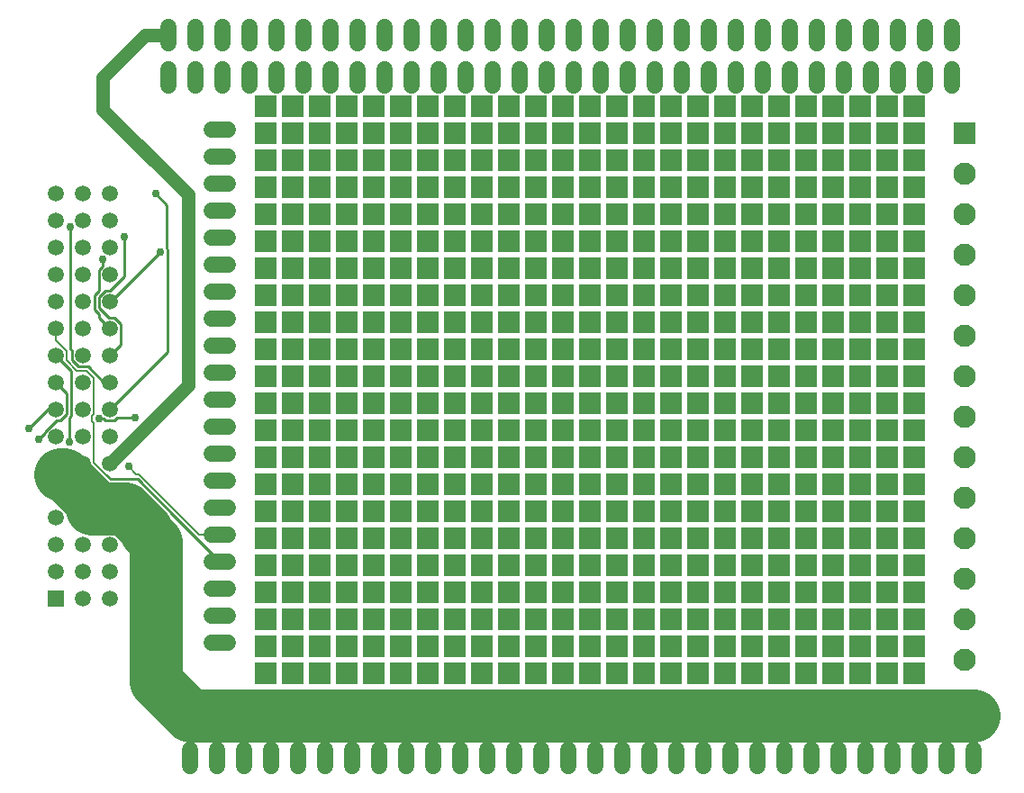
<source format=gbr>
G04 EAGLE Gerber RS-274X export*
G75*
%MOMM*%
%FSLAX34Y34*%
%LPD*%
%INBottom Copper*%
%IPPOS*%
%AMOC8*
5,1,8,0,0,1.08239X$1,22.5*%
G01*
%ADD10R,2.000000X2.000000*%
%ADD11R,1.508000X1.508000*%
%ADD12C,1.508000*%
%ADD13C,1.524000*%
%ADD14R,2.100000X2.100000*%
%ADD15C,2.100000*%
%ADD16C,5.000000*%
%ADD17C,1.270000*%
%ADD18C,0.254000*%
%ADD19C,0.756400*%
%ADD20C,0.200000*%


D10*
X252700Y139800D03*
X278100Y139800D03*
X303500Y139800D03*
X328900Y139800D03*
X354300Y139800D03*
X379700Y139800D03*
X405100Y139800D03*
X430500Y139800D03*
X455900Y139800D03*
X481300Y139800D03*
X506700Y139800D03*
X532100Y139800D03*
X557500Y139800D03*
X582900Y139800D03*
X608300Y139800D03*
X633700Y139800D03*
X659100Y139800D03*
X684500Y139800D03*
X709900Y139800D03*
X735300Y139800D03*
X760700Y139800D03*
X786100Y139800D03*
X786100Y139800D03*
X811500Y139800D03*
X836900Y139800D03*
X862300Y139800D03*
X252700Y165200D03*
X252700Y165200D03*
X278100Y165200D03*
X303500Y165200D03*
X328900Y165200D03*
X354300Y165200D03*
X379700Y165200D03*
X405100Y165200D03*
X430500Y165200D03*
X455900Y165200D03*
X481300Y165200D03*
X506700Y165200D03*
X532100Y165200D03*
X557500Y165200D03*
X582900Y165200D03*
X608300Y165200D03*
X633700Y165200D03*
X659100Y165200D03*
X684500Y165200D03*
X709900Y165200D03*
X735300Y165200D03*
X760700Y165200D03*
X786100Y165200D03*
X786100Y165200D03*
X811500Y165200D03*
X836900Y165200D03*
X862300Y165200D03*
X252700Y190600D03*
X252700Y190600D03*
X278100Y190600D03*
X303500Y190600D03*
X328900Y190600D03*
X354300Y190600D03*
X379700Y190600D03*
X405100Y190600D03*
X430500Y190600D03*
X455900Y190600D03*
X481300Y190600D03*
X506700Y190600D03*
X532100Y190600D03*
X557500Y190600D03*
X582900Y190600D03*
X608300Y190600D03*
X633700Y190600D03*
X659100Y190600D03*
X684500Y190600D03*
X709900Y190600D03*
X735300Y190600D03*
X760700Y190600D03*
X786100Y190600D03*
X786100Y190600D03*
X811500Y190600D03*
X836900Y190600D03*
X862300Y190600D03*
X252700Y216000D03*
X252700Y216000D03*
X278100Y216000D03*
X303500Y216000D03*
X328900Y216000D03*
X354300Y216000D03*
X379700Y216000D03*
X405100Y216000D03*
X430500Y216000D03*
X455900Y216000D03*
X481300Y216000D03*
X506700Y216000D03*
X532100Y216000D03*
X557500Y216000D03*
X582900Y216000D03*
X608300Y216000D03*
X633700Y216000D03*
X659100Y216000D03*
X684500Y216000D03*
X709900Y216000D03*
X735300Y216000D03*
X760700Y216000D03*
X786100Y216000D03*
X786100Y216000D03*
X811500Y216000D03*
X836900Y216000D03*
X862300Y216000D03*
X252700Y241400D03*
X252700Y241400D03*
X278100Y241400D03*
X303500Y241400D03*
X328900Y241400D03*
X354300Y241400D03*
X379700Y241400D03*
X405100Y241400D03*
X430500Y241400D03*
X455900Y241400D03*
X481300Y241400D03*
X506700Y241400D03*
X532100Y241400D03*
X557500Y241400D03*
X582900Y241400D03*
X608300Y241400D03*
X633700Y241400D03*
X659100Y241400D03*
X684500Y241400D03*
X709900Y241400D03*
X735300Y241400D03*
X760700Y241400D03*
X786100Y241400D03*
X786100Y241400D03*
X811500Y241400D03*
X836900Y241400D03*
X862300Y241400D03*
X252700Y266800D03*
X252700Y266800D03*
X278100Y266800D03*
X303500Y266800D03*
X328900Y266800D03*
X354300Y266800D03*
X379700Y266800D03*
X405100Y266800D03*
X430500Y266800D03*
X455900Y266800D03*
X481300Y266800D03*
X506700Y266800D03*
X532100Y266800D03*
X557500Y266800D03*
X582900Y266800D03*
X608300Y266800D03*
X633700Y266800D03*
X659100Y266800D03*
X684500Y266800D03*
X709900Y266800D03*
X735300Y266800D03*
X760700Y266800D03*
X786100Y266800D03*
X786100Y266800D03*
X811500Y266800D03*
X836900Y266800D03*
X862300Y266800D03*
X252700Y292200D03*
X252700Y292200D03*
X278100Y292200D03*
X303500Y292200D03*
X328900Y292200D03*
X354300Y292200D03*
X379700Y292200D03*
X405100Y292200D03*
X430500Y292200D03*
X455900Y292200D03*
X481300Y292200D03*
X506700Y292200D03*
X532100Y292200D03*
X557500Y292200D03*
X582900Y292200D03*
X608300Y292200D03*
X633700Y292200D03*
X659100Y292200D03*
X684500Y292200D03*
X709900Y292200D03*
X735300Y292200D03*
X760700Y292200D03*
X786100Y292200D03*
X786100Y292200D03*
X811500Y292200D03*
X836900Y292200D03*
X862300Y292200D03*
X252700Y317600D03*
X252700Y317600D03*
X278100Y317600D03*
X303500Y317600D03*
X328900Y317600D03*
X354300Y317600D03*
X379700Y317600D03*
X405100Y317600D03*
X430500Y317600D03*
X455900Y317600D03*
X481300Y317600D03*
X506700Y317600D03*
X532100Y317600D03*
X557500Y317600D03*
X582900Y317600D03*
X608300Y317600D03*
X633700Y317600D03*
X659100Y317600D03*
X684500Y317600D03*
X709900Y317600D03*
X735300Y317600D03*
X760700Y317600D03*
X786100Y317600D03*
X786100Y317600D03*
X811500Y317600D03*
X836900Y317600D03*
X862300Y317600D03*
X252700Y343000D03*
X252700Y343000D03*
X278100Y343000D03*
X303500Y343000D03*
X328900Y343000D03*
X354300Y343000D03*
X379700Y343000D03*
X405100Y343000D03*
X430500Y343000D03*
X455900Y343000D03*
X481300Y343000D03*
X506700Y343000D03*
X532100Y343000D03*
X557500Y343000D03*
X582900Y343000D03*
X608300Y343000D03*
X633700Y343000D03*
X659100Y343000D03*
X684500Y343000D03*
X709900Y343000D03*
X735300Y343000D03*
X760700Y343000D03*
X786100Y343000D03*
X786100Y343000D03*
X811500Y343000D03*
X836900Y343000D03*
X862300Y343000D03*
X252700Y368400D03*
X252700Y368400D03*
X278100Y368400D03*
X303500Y368400D03*
X328900Y368400D03*
X354300Y368400D03*
X379700Y368400D03*
X405100Y368400D03*
X430500Y368400D03*
X455900Y368400D03*
X481300Y368400D03*
X506700Y368400D03*
X532100Y368400D03*
X557500Y368400D03*
X582900Y368400D03*
X608300Y368400D03*
X633700Y368400D03*
X659100Y368400D03*
X684500Y368400D03*
X709900Y368400D03*
X735300Y368400D03*
X760700Y368400D03*
X786100Y368400D03*
X786100Y368400D03*
X811500Y368400D03*
X836900Y368400D03*
X862300Y368400D03*
X252700Y393800D03*
X252700Y393800D03*
X278100Y393800D03*
X303500Y393800D03*
X328900Y393800D03*
X354300Y393800D03*
X379700Y393800D03*
X405100Y393800D03*
X430500Y393800D03*
X455900Y393800D03*
X481300Y393800D03*
X506700Y393800D03*
X532100Y393800D03*
X557500Y393800D03*
X582900Y393800D03*
X608300Y393800D03*
X633700Y393800D03*
X659100Y393800D03*
X684500Y393800D03*
X709900Y393800D03*
X735300Y393800D03*
X760700Y393800D03*
X786100Y393800D03*
X786100Y393800D03*
X811500Y393800D03*
X836900Y393800D03*
X862300Y393800D03*
X252700Y419200D03*
X252700Y419200D03*
X278100Y419200D03*
X303500Y419200D03*
X328900Y419200D03*
X354300Y419200D03*
X379700Y419200D03*
X405100Y419200D03*
X430500Y419200D03*
X455900Y419200D03*
X481300Y419200D03*
X506700Y419200D03*
X532100Y419200D03*
X557500Y419200D03*
X582900Y419200D03*
X608300Y419200D03*
X633700Y419200D03*
X659100Y419200D03*
X684500Y419200D03*
X709900Y419200D03*
X735300Y419200D03*
X760700Y419200D03*
X786100Y419200D03*
X786100Y419200D03*
X811500Y419200D03*
X836900Y419200D03*
X862300Y419200D03*
X252700Y444600D03*
X252700Y444600D03*
X278100Y444600D03*
X303500Y444600D03*
X328900Y444600D03*
X354300Y444600D03*
X379700Y444600D03*
X405100Y444600D03*
X430500Y444600D03*
X455900Y444600D03*
X481300Y444600D03*
X506700Y444600D03*
X532100Y444600D03*
X557500Y444600D03*
X582900Y444600D03*
X608300Y444600D03*
X633700Y444600D03*
X659100Y444600D03*
X684500Y444600D03*
X709900Y444600D03*
X735300Y444600D03*
X760700Y444600D03*
X786100Y444600D03*
X786100Y444600D03*
X811500Y444600D03*
X836900Y444600D03*
X862300Y444600D03*
X252700Y470000D03*
X252700Y470000D03*
X278100Y470000D03*
X303500Y470000D03*
X328900Y470000D03*
X354300Y470000D03*
X379700Y470000D03*
X405100Y470000D03*
X430500Y470000D03*
X455900Y470000D03*
X481300Y470000D03*
X506700Y470000D03*
X532100Y470000D03*
X557500Y470000D03*
X582900Y470000D03*
X608300Y470000D03*
X633700Y470000D03*
X659100Y470000D03*
X684500Y470000D03*
X709900Y470000D03*
X735300Y470000D03*
X760700Y470000D03*
X786100Y470000D03*
X786100Y470000D03*
X811500Y470000D03*
X836900Y470000D03*
X862300Y470000D03*
X252700Y495400D03*
X252700Y495400D03*
X278100Y495400D03*
X303500Y495400D03*
X328900Y495400D03*
X354300Y495400D03*
X379700Y495400D03*
X405100Y495400D03*
X430500Y495400D03*
X455900Y495400D03*
X481300Y495400D03*
X506700Y495400D03*
X532100Y495400D03*
X557500Y495400D03*
X582900Y495400D03*
X608300Y495400D03*
X633700Y495400D03*
X659100Y495400D03*
X684500Y495400D03*
X709900Y495400D03*
X735300Y495400D03*
X760700Y495400D03*
X786100Y495400D03*
X786100Y495400D03*
X811500Y495400D03*
X836900Y495400D03*
X862300Y495400D03*
X252700Y520800D03*
X252700Y520800D03*
X278100Y520800D03*
X303500Y520800D03*
X328900Y520800D03*
X354300Y520800D03*
X379700Y520800D03*
X405100Y520800D03*
X430500Y520800D03*
X455900Y520800D03*
X481300Y520800D03*
X506700Y520800D03*
X532100Y520800D03*
X557500Y520800D03*
X582900Y520800D03*
X608300Y520800D03*
X633700Y520800D03*
X659100Y520800D03*
X684500Y520800D03*
X709900Y520800D03*
X735300Y520800D03*
X760700Y520800D03*
X786100Y520800D03*
X786100Y520800D03*
X811500Y520800D03*
X836900Y520800D03*
X862300Y520800D03*
X252700Y546200D03*
X252700Y546200D03*
X278100Y546200D03*
X303500Y546200D03*
X328900Y546200D03*
X354300Y546200D03*
X379700Y546200D03*
X405100Y546200D03*
X430500Y546200D03*
X455900Y546200D03*
X481300Y546200D03*
X506700Y546200D03*
X532100Y546200D03*
X557500Y546200D03*
X582900Y546200D03*
X608300Y546200D03*
X633700Y546200D03*
X659100Y546200D03*
X684500Y546200D03*
X709900Y546200D03*
X735300Y546200D03*
X760700Y546200D03*
X786100Y546200D03*
X786100Y546200D03*
X811500Y546200D03*
X836900Y546200D03*
X862300Y546200D03*
X252700Y571600D03*
X252700Y571600D03*
X278100Y571600D03*
X303500Y571600D03*
X328900Y571600D03*
X354300Y571600D03*
X379700Y571600D03*
X405100Y571600D03*
X430500Y571600D03*
X455900Y571600D03*
X481300Y571600D03*
X506700Y571600D03*
X532100Y571600D03*
X557500Y571600D03*
X582900Y571600D03*
X608300Y571600D03*
X633700Y571600D03*
X659100Y571600D03*
X684500Y571600D03*
X709900Y571600D03*
X735300Y571600D03*
X760700Y571600D03*
X786100Y571600D03*
X786100Y571600D03*
X811500Y571600D03*
X836900Y571600D03*
X862300Y571600D03*
X252700Y597000D03*
X252700Y597000D03*
X278100Y597000D03*
X303500Y597000D03*
X328900Y597000D03*
X354300Y597000D03*
X379700Y597000D03*
X405100Y597000D03*
X430500Y597000D03*
X455900Y597000D03*
X481300Y597000D03*
X506700Y597000D03*
X532100Y597000D03*
X557500Y597000D03*
X582900Y597000D03*
X608300Y597000D03*
X633700Y597000D03*
X659100Y597000D03*
X684500Y597000D03*
X709900Y597000D03*
X735300Y597000D03*
X760700Y597000D03*
X786100Y597000D03*
X786100Y597000D03*
X811500Y597000D03*
X836900Y597000D03*
X862300Y597000D03*
X252700Y622400D03*
X252700Y622400D03*
X278100Y622400D03*
X303500Y622400D03*
X328900Y622400D03*
X354300Y622400D03*
X379700Y622400D03*
X405100Y622400D03*
X430500Y622400D03*
X455900Y622400D03*
X481300Y622400D03*
X506700Y622400D03*
X532100Y622400D03*
X557500Y622400D03*
X582900Y622400D03*
X608300Y622400D03*
X633700Y622400D03*
X659100Y622400D03*
X684500Y622400D03*
X709900Y622400D03*
X735300Y622400D03*
X760700Y622400D03*
X786100Y622400D03*
X786100Y622400D03*
X811500Y622400D03*
X836900Y622400D03*
X862300Y622400D03*
X252700Y647800D03*
X252700Y647800D03*
X278100Y647800D03*
X303500Y647800D03*
X328900Y647800D03*
X354300Y647800D03*
X379700Y647800D03*
X405100Y647800D03*
X430500Y647800D03*
X455900Y647800D03*
X481300Y647800D03*
X506700Y647800D03*
X532100Y647800D03*
X557500Y647800D03*
X582900Y647800D03*
X608300Y647800D03*
X633700Y647800D03*
X659100Y647800D03*
X684500Y647800D03*
X709900Y647800D03*
X735300Y647800D03*
X760700Y647800D03*
X786100Y647800D03*
X786100Y647800D03*
X811500Y647800D03*
X836900Y647800D03*
X862300Y647800D03*
X252700Y673200D03*
X252700Y673200D03*
X278100Y673200D03*
X303500Y673200D03*
X328900Y673200D03*
X354300Y673200D03*
X379700Y673200D03*
X405100Y673200D03*
X430500Y673200D03*
X455900Y673200D03*
X481300Y673200D03*
X506700Y673200D03*
X532100Y673200D03*
X557500Y673200D03*
X582900Y673200D03*
X608300Y673200D03*
X633700Y673200D03*
X659100Y673200D03*
X684500Y673200D03*
X709900Y673200D03*
X735300Y673200D03*
X760700Y673200D03*
X786100Y673200D03*
X786100Y673200D03*
X811500Y673200D03*
X836900Y673200D03*
X862300Y673200D03*
D11*
X56000Y210000D03*
D12*
X56000Y235400D03*
X56000Y260800D03*
X56000Y286200D03*
X56000Y311600D03*
X56000Y337000D03*
X56000Y362400D03*
X56000Y387800D03*
X56000Y413200D03*
X56000Y438600D03*
X56000Y464000D03*
X56000Y489400D03*
X56000Y514800D03*
X56000Y540200D03*
X56000Y565600D03*
X56000Y591000D03*
X81400Y210000D03*
X81400Y235400D03*
X81400Y260800D03*
X81400Y286200D03*
X81400Y311600D03*
X81400Y337000D03*
X81400Y362400D03*
X81400Y387800D03*
X81400Y413200D03*
X81400Y438600D03*
X81400Y464000D03*
X81400Y489400D03*
X81400Y514800D03*
X81400Y540200D03*
X81400Y565600D03*
X81400Y591000D03*
X106800Y210000D03*
X106800Y235400D03*
X106800Y260800D03*
X106800Y286200D03*
X106800Y311600D03*
X106800Y337000D03*
X106800Y362400D03*
X106800Y387800D03*
X106800Y413200D03*
X106800Y438600D03*
X106800Y464000D03*
X106800Y489400D03*
X106800Y514800D03*
X106800Y540200D03*
X106800Y565600D03*
X106800Y591000D03*
D13*
X202380Y168700D02*
X217620Y168700D01*
X217620Y194100D02*
X202380Y194100D01*
X202380Y219500D02*
X217620Y219500D01*
X217620Y244900D02*
X202380Y244900D01*
X202380Y270300D02*
X217620Y270300D01*
X217620Y295700D02*
X202380Y295700D01*
X202380Y321100D02*
X217620Y321100D01*
X217620Y346500D02*
X202380Y346500D01*
X202380Y371900D02*
X217620Y371900D01*
X217620Y397300D02*
X202380Y397300D01*
X202380Y422700D02*
X217620Y422700D01*
X217620Y448100D02*
X202380Y448100D01*
X202380Y473500D02*
X217620Y473500D01*
X217620Y498900D02*
X202380Y498900D01*
X202380Y524300D02*
X217620Y524300D01*
X217620Y549700D02*
X202380Y549700D01*
X202380Y575100D02*
X217620Y575100D01*
X217620Y600500D02*
X202380Y600500D01*
X202380Y625900D02*
X217620Y625900D01*
X217620Y651300D02*
X202380Y651300D01*
X181700Y107620D02*
X181700Y92380D01*
X207100Y92380D02*
X207100Y107620D01*
X232500Y107620D02*
X232500Y92380D01*
X257900Y92380D02*
X257900Y107620D01*
X283300Y107620D02*
X283300Y92380D01*
X308700Y92380D02*
X308700Y107620D01*
X334100Y107620D02*
X334100Y92380D01*
X359500Y92380D02*
X359500Y107620D01*
X384900Y107620D02*
X384900Y92380D01*
X410300Y92380D02*
X410300Y107620D01*
X435700Y107620D02*
X435700Y92380D01*
X461100Y92380D02*
X461100Y107620D01*
X486500Y107620D02*
X486500Y92380D01*
X511900Y92380D02*
X511900Y107620D01*
X537300Y107620D02*
X537300Y92380D01*
X562700Y92380D02*
X562700Y107620D01*
X588100Y107620D02*
X588100Y92380D01*
X613500Y92380D02*
X613500Y107620D01*
X638900Y107620D02*
X638900Y92380D01*
X664300Y92380D02*
X664300Y107620D01*
X689700Y107620D02*
X689700Y92380D01*
X715100Y92380D02*
X715100Y107620D01*
X740500Y107620D02*
X740500Y92380D01*
X765900Y92380D02*
X765900Y107620D01*
X791300Y107620D02*
X791300Y92380D01*
X816700Y92380D02*
X816700Y107620D01*
X842100Y107620D02*
X842100Y92380D01*
X867500Y92380D02*
X867500Y107620D01*
X892900Y107620D02*
X892900Y92380D01*
X918300Y92380D02*
X918300Y107620D01*
X161700Y732380D02*
X161700Y747620D01*
X187100Y747620D02*
X187100Y732380D01*
X212500Y732380D02*
X212500Y747620D01*
X237900Y747620D02*
X237900Y732380D01*
X263300Y732380D02*
X263300Y747620D01*
X288700Y747620D02*
X288700Y732380D01*
X314100Y732380D02*
X314100Y747620D01*
X339500Y747620D02*
X339500Y732380D01*
X364900Y732380D02*
X364900Y747620D01*
X390300Y747620D02*
X390300Y732380D01*
X415700Y732380D02*
X415700Y747620D01*
X441100Y747620D02*
X441100Y732380D01*
X466500Y732380D02*
X466500Y747620D01*
X491900Y747620D02*
X491900Y732380D01*
X517300Y732380D02*
X517300Y747620D01*
X542700Y747620D02*
X542700Y732380D01*
X568100Y732380D02*
X568100Y747620D01*
X593500Y747620D02*
X593500Y732380D01*
X618900Y732380D02*
X618900Y747620D01*
X644300Y747620D02*
X644300Y732380D01*
X669700Y732380D02*
X669700Y747620D01*
X695100Y747620D02*
X695100Y732380D01*
X720500Y732380D02*
X720500Y747620D01*
X745900Y747620D02*
X745900Y732380D01*
X771300Y732380D02*
X771300Y747620D01*
X796700Y747620D02*
X796700Y732380D01*
X822100Y732380D02*
X822100Y747620D01*
X847500Y747620D02*
X847500Y732380D01*
X872900Y732380D02*
X872900Y747620D01*
X898300Y747620D02*
X898300Y732380D01*
X161700Y707620D02*
X161700Y692380D01*
X187100Y692380D02*
X187100Y707620D01*
X212500Y707620D02*
X212500Y692380D01*
X237900Y692380D02*
X237900Y707620D01*
X263300Y707620D02*
X263300Y692380D01*
X288700Y692380D02*
X288700Y707620D01*
X314100Y707620D02*
X314100Y692380D01*
X339500Y692380D02*
X339500Y707620D01*
X364900Y707620D02*
X364900Y692380D01*
X390300Y692380D02*
X390300Y707620D01*
X415700Y707620D02*
X415700Y692380D01*
X441100Y692380D02*
X441100Y707620D01*
X466500Y707620D02*
X466500Y692380D01*
X491900Y692380D02*
X491900Y707620D01*
X517300Y707620D02*
X517300Y692380D01*
X542700Y692380D02*
X542700Y707620D01*
X568100Y707620D02*
X568100Y692380D01*
X593500Y692380D02*
X593500Y707620D01*
X618900Y707620D02*
X618900Y692380D01*
X644300Y692380D02*
X644300Y707620D01*
X669700Y707620D02*
X669700Y692380D01*
X695100Y692380D02*
X695100Y707620D01*
X720500Y707620D02*
X720500Y692380D01*
X745900Y692380D02*
X745900Y707620D01*
X771300Y707620D02*
X771300Y692380D01*
X796700Y692380D02*
X796700Y707620D01*
X822100Y707620D02*
X822100Y692380D01*
X847500Y692380D02*
X847500Y707620D01*
X872900Y707620D02*
X872900Y692380D01*
X898300Y692380D02*
X898300Y707620D01*
X181700Y67620D02*
X181700Y52380D01*
X207100Y52380D02*
X207100Y67620D01*
X232500Y67620D02*
X232500Y52380D01*
X257900Y52380D02*
X257900Y67620D01*
X283300Y67620D02*
X283300Y52380D01*
X308700Y52380D02*
X308700Y67620D01*
X334100Y67620D02*
X334100Y52380D01*
X359500Y52380D02*
X359500Y67620D01*
X384900Y67620D02*
X384900Y52380D01*
X410300Y52380D02*
X410300Y67620D01*
X435700Y67620D02*
X435700Y52380D01*
X461100Y52380D02*
X461100Y67620D01*
X486500Y67620D02*
X486500Y52380D01*
X511900Y52380D02*
X511900Y67620D01*
X537300Y67620D02*
X537300Y52380D01*
X562700Y52380D02*
X562700Y67620D01*
X588100Y67620D02*
X588100Y52380D01*
X613500Y52380D02*
X613500Y67620D01*
X638900Y67620D02*
X638900Y52380D01*
X664300Y52380D02*
X664300Y67620D01*
X689700Y67620D02*
X689700Y52380D01*
X715100Y52380D02*
X715100Y67620D01*
X740500Y67620D02*
X740500Y52380D01*
X765900Y52380D02*
X765900Y67620D01*
X791300Y67620D02*
X791300Y52380D01*
X816700Y52380D02*
X816700Y67620D01*
X842100Y67620D02*
X842100Y52380D01*
X867500Y52380D02*
X867500Y67620D01*
X892900Y67620D02*
X892900Y52380D01*
X918300Y52380D02*
X918300Y67620D01*
D14*
X910000Y647650D03*
D15*
X910000Y609550D03*
X910000Y571450D03*
X910000Y533350D03*
X910000Y495250D03*
X910000Y457150D03*
X910000Y419050D03*
X910000Y380950D03*
X910000Y342850D03*
X910000Y304750D03*
X910000Y266650D03*
X910000Y228550D03*
X910000Y190450D03*
X910000Y152350D03*
D16*
X918300Y100000D02*
X181700Y100000D01*
X150000Y131700D01*
X63747Y326627D02*
X60000Y326627D01*
X90064Y300310D02*
X90064Y294864D01*
X90064Y300310D02*
X63747Y326627D01*
X150000Y263328D02*
X150000Y131700D01*
X150000Y263328D02*
X140864Y272464D01*
X140864Y274910D01*
X120910Y294864D01*
X90064Y294864D01*
D17*
X106800Y337000D02*
X180000Y410200D01*
X180000Y590000D02*
X100000Y670000D01*
X100000Y700000D01*
X140000Y740000D02*
X161700Y740000D01*
X180000Y590000D02*
X180000Y410200D01*
X100000Y700000D02*
X140000Y740000D01*
D18*
X160000Y539300D02*
X160576Y538724D01*
X160000Y539300D02*
X160000Y580000D01*
X160576Y441576D02*
X106800Y387800D01*
X160576Y441576D02*
X160576Y538724D01*
X160000Y580000D02*
X149350Y590650D01*
D19*
X149350Y590650D03*
X69417Y559417D03*
D18*
X71066Y434320D02*
X77120Y428266D01*
X69417Y444782D02*
X69417Y559417D01*
X69417Y444782D02*
X71066Y443132D01*
X71066Y434320D01*
X77120Y428266D02*
X85932Y428266D01*
X100998Y413200D02*
X106800Y413200D01*
X100998Y413200D02*
X85932Y428266D01*
D19*
X120000Y550000D03*
D18*
X102520Y499734D02*
X96466Y493681D01*
X120000Y513386D02*
X120000Y550000D01*
X120000Y513386D02*
X106349Y499734D01*
X102520Y499734D01*
X96466Y483534D02*
X105666Y474334D01*
X111081Y474334D01*
X117134Y468281D02*
X117134Y448934D01*
X106800Y438600D01*
X96466Y483534D02*
X96466Y493681D01*
X111081Y474334D02*
X117134Y468281D01*
D19*
X99417Y529417D03*
D18*
X99417Y522031D01*
X96466Y519081D01*
X96466Y474334D02*
X106800Y464000D01*
X96466Y499428D02*
X96466Y519081D01*
X96466Y499428D02*
X92402Y495364D01*
X92402Y481851D02*
X96466Y477787D01*
X96466Y474334D01*
X92402Y481851D02*
X92402Y495364D01*
D19*
X154000Y536000D03*
D18*
X107400Y489400D01*
X106800Y489400D01*
D19*
X30000Y370000D03*
D18*
X47800Y387800D01*
X56000Y387800D01*
D19*
X40000Y360000D03*
D18*
X45666Y365666D01*
X45666Y366681D01*
X56452Y377466D01*
X60281Y377466D01*
X66334Y383520D02*
X66334Y402866D01*
X56000Y413200D01*
X66334Y383520D02*
X60281Y377466D01*
D19*
X68700Y356933D03*
D18*
X68700Y380138D01*
X70398Y381836D01*
X70398Y424202D01*
X56000Y438600D01*
X103511Y326169D02*
X107023Y322658D01*
D20*
X103511Y326169D02*
X102745Y326936D01*
X102631Y326936D01*
X91464Y338103D01*
D18*
X132423Y322658D02*
X168658Y286423D01*
X132423Y322658D02*
X107023Y322658D01*
X168658Y286423D02*
X168658Y286242D01*
X210000Y244900D01*
D20*
X91464Y338103D02*
X91464Y374618D01*
X89694Y376388D01*
X89694Y381612D01*
X91464Y383382D01*
X91464Y417369D01*
X84361Y424472D01*
X75548Y424472D01*
X66064Y433956D01*
X66064Y442769D01*
X56000Y452833D01*
X56000Y464000D01*
D19*
X124000Y334000D03*
D20*
X131548Y326452D02*
X133994Y326452D01*
X131548Y326452D02*
X124000Y334000D01*
X190146Y270300D02*
X210000Y270300D01*
X190146Y270300D02*
X133994Y326452D01*
D19*
X130000Y380000D03*
X96000Y379000D03*
D18*
X113615Y380000D02*
X130000Y380000D01*
X113615Y380000D02*
X111081Y377466D01*
X102520Y377466D01*
X100986Y379000D01*
X96000Y379000D01*
M02*

</source>
